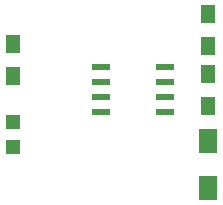
<source format=gtp>
G04 #@! TF.FileFunction,Paste,Top*
%FSLAX46Y46*%
G04 Gerber Fmt 4.6, Leading zero omitted, Abs format (unit mm)*
G04 Created by KiCad (PCBNEW 4.0.4-stable) date 10/13/16 15:12:54*
%MOMM*%
%LPD*%
G01*
G04 APERTURE LIST*
%ADD10C,0.100000*%
%ADD11R,1.600000X2.000000*%
%ADD12R,1.198880X1.198880*%
%ADD13R,1.300000X1.500000*%
%ADD14R,1.550000X0.600000*%
G04 APERTURE END LIST*
D10*
D11*
X162560000Y-122460000D03*
X162560000Y-126460000D03*
D12*
X146050000Y-120870980D03*
X146050000Y-122969020D03*
D13*
X162560000Y-111680000D03*
X162560000Y-114380000D03*
X162560000Y-116760000D03*
X162560000Y-119460000D03*
X146050000Y-114220000D03*
X146050000Y-116920000D03*
D14*
X153510000Y-116205000D03*
X153510000Y-117475000D03*
X153510000Y-118745000D03*
X153510000Y-120015000D03*
X158910000Y-120015000D03*
X158910000Y-118745000D03*
X158910000Y-117475000D03*
X158910000Y-116205000D03*
M02*

</source>
